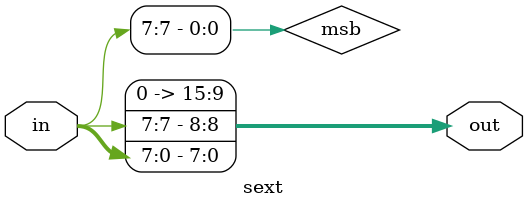
<source format=v>

module sext #(parameter N=8) (
    input [15:0] in,
    output [15:0] out
);

wire msb = in[N-1];
assign out[15:N] = msb;
assign out[N-1:0] = in;

endmodule

</source>
